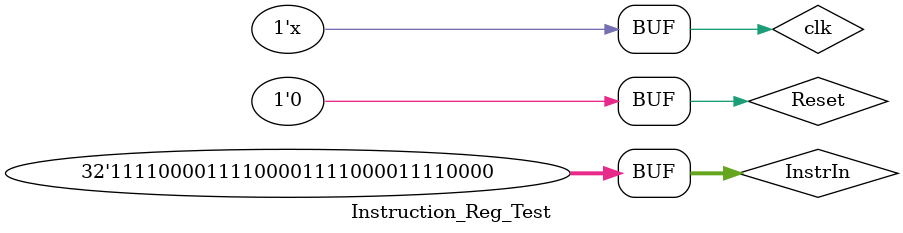
<source format=v>
`timescale 1ns / 1ps


module Instruction_Reg_Test;

	// Inputs
	reg [31:0] InstrIn;
	reg Reset;
	reg clk;

	// Outputs
	wire [31:0] InstrOut;
	always #5 
	clk = ~clk;
	// Instantiate the Unit Under Test (UUT)
	Instruction_Reg uut (
		.InstrIn(InstrIn), 
		.Reset(Reset), 
		.clk(clk), 
		.InstrOut(InstrOut)
	);

	initial begin
		// Initialize Inputs
		InstrIn = 0;
		Reset = 0;
		clk = 0;

		// Wait 100 ns for global reset to finish
		#10
		InstrIn = 32'hff00ff00;
		Reset = 1;
		clk = 0;
		
		#10
		InstrIn = 32'h0f0f0f0f;
		Reset = 0;
		clk = 1;
		
		#10
		InstrIn = 32'hf0f0f0f0;
		Reset = 0;
		clk = 1;

        
		// Add stimulus here

	end
      
endmodule


</source>
